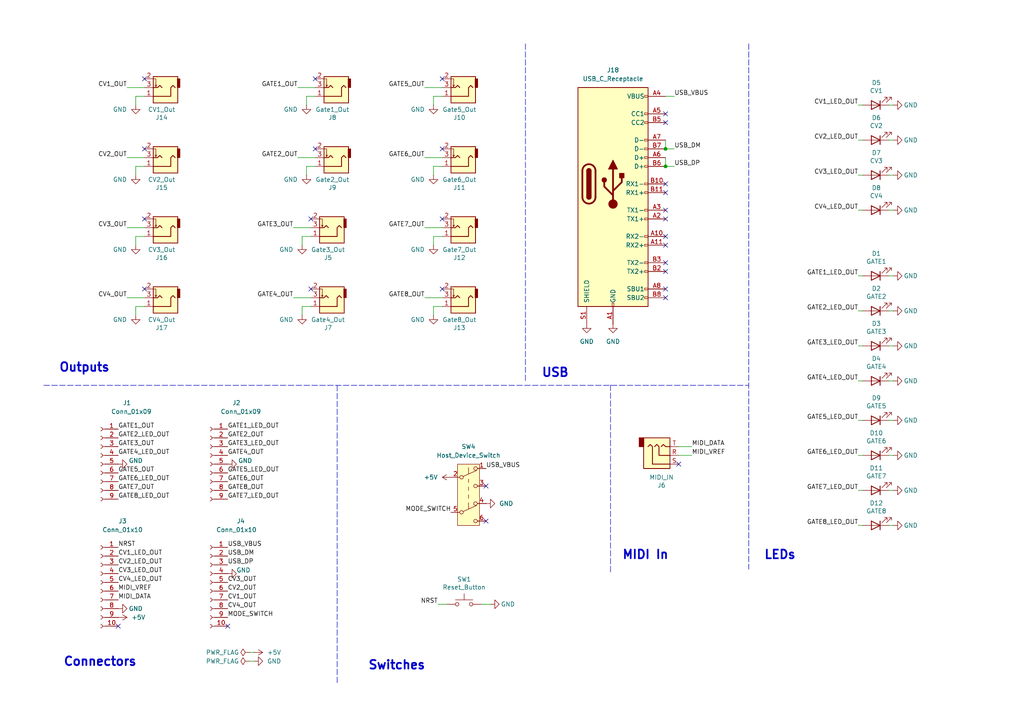
<source format=kicad_sch>
(kicad_sch (version 20231120) (generator "eeschema") (generator_version "8.0")
  (paper "A4")
  (title_block (title "MIDI Monger Controls") (date "2024-08-08") (rev "2.0") (company "Mountjoy Modular"))
  (lib_symbols
    (symbol "Connector:Conn_01x09_Socket" (pin_names (offset 1.016) hide)
      (property "Reference" "J" (at 0 12.7 0))
      (property "Value" "Conn_01x09_Socket" (at 0 -12.7 0))
      (symbol "Conn_01x09_Socket_1_1"
        (arc (start 0 -9.652) (mid -0.5058 -10.16) (end 0 -10.668) (stroke (width 0.1524)))
        (arc (start 0 -7.112) (mid -0.5058 -7.62) (end 0 -8.128) (stroke (width 0.1524)))
        (arc (start 0 -4.572) (mid -0.5058 -5.08) (end 0 -5.588) (stroke (width 0.1524)))
        (arc (start 0 -2.032) (mid -0.5058 -2.54) (end 0 -3.048) (stroke (width 0.1524)))
        (polyline (pts (xy -1.27 -10.16) (xy -0.508 -10.16)) (stroke (width 0.1524)))
        (polyline (pts (xy -1.27 -7.62) (xy -0.508 -7.62)) (stroke (width 0.1524)))
        (polyline (pts (xy -1.27 -5.08) (xy -0.508 -5.08)) (stroke (width 0.1524)))
        (polyline (pts (xy -1.27 -2.54) (xy -0.508 -2.54)) (stroke (width 0.1524)))
        (polyline (pts (xy -1.27 0) (xy -0.508 0)) (stroke (width 0.1524)))
        (polyline (pts (xy -1.27 2.54) (xy -0.508 2.54)) (stroke (width 0.1524)))
        (polyline (pts (xy -1.27 5.08) (xy -0.508 5.08)) (stroke (width 0.1524)))
        (polyline (pts (xy -1.27 7.62) (xy -0.508 7.62)) (stroke (width 0.1524)))
        (polyline (pts (xy -1.27 10.16) (xy -0.508 10.16)) (stroke (width 0.1524)))
        (arc (start 0 0.508) (mid -0.5058 0) (end 0 -0.508) (stroke (width 0.1524)))
        (arc (start 0 3.048) (mid -0.5058 2.54) (end 0 2.032) (stroke (width 0.1524)))
        (arc (start 0 5.588) (mid -0.5058 5.08) (end 0 4.572) (stroke (width 0.1524)))
        (arc (start 0 8.128) (mid -0.5058 7.62) (end 0 7.112) (stroke (width 0.1524)))
        (arc (start 0 10.668) (mid -0.5058 10.16) (end 0 9.652) (stroke (width 0.1524)))
        (pin passive line (at -5.08 10.16 0) (length 3.81) (name "Pin_1") (number "1"))
        (pin passive line (at -5.08 7.62 0) (length 3.81) (name "Pin_2") (number "2"))
        (pin passive line (at -5.08 5.08 0) (length 3.81) (name "Pin_3") (number "3"))
        (pin passive line (at -5.08 2.54 0) (length 3.81) (name "Pin_4") (number "4"))
        (pin passive line (at -5.08 0 0) (length 3.81) (name "Pin_5") (number "5"))
        (pin passive line (at -5.08 -2.54 0) (length 3.81) (name "Pin_6") (number "6"))
        (pin passive line (at -5.08 -5.08 0) (length 3.81) (name "Pin_7") (number "7"))
        (pin passive line (at -5.08 -7.62 0) (length 3.81) (name "Pin_8") (number "8"))
        (pin passive line (at -5.08 -10.16 0) (length 3.81) (name "Pin_9") (number "9"))
      )
    )
    (symbol "Connector:Conn_01x10_Socket" (pin_names (offset 1.016) hide)
      (property "Reference" "J" (at 0 12.7 0))
      (property "Value" "Conn_01x10_Socket" (at 0 -15.24 0))
      (symbol "Conn_01x10_Socket_1_1"
        (arc (start 0 -12.192) (mid -0.5058 -12.7) (end 0 -13.208) (stroke (width 0.1524)))
        (arc (start 0 -9.652) (mid -0.5058 -10.16) (end 0 -10.668) (stroke (width 0.1524)))
        (arc (start 0 -7.112) (mid -0.5058 -7.62) (end 0 -8.128) (stroke (width 0.1524)))
        (arc (start 0 -4.572) (mid -0.5058 -5.08) (end 0 -5.588) (stroke (width 0.1524)))
        (arc (start 0 -2.032) (mid -0.5058 -2.54) (end 0 -3.048) (stroke (width 0.1524)))
        (polyline (pts (xy -1.27 -12.7) (xy -0.508 -12.7)) (stroke (width 0.1524)))
        (polyline (pts (xy -1.27 -10.16) (xy -0.508 -10.16)) (stroke (width 0.1524)))
        (polyline (pts (xy -1.27 -7.62) (xy -0.508 -7.62)) (stroke (width 0.1524)))
        (polyline (pts (xy -1.27 -5.08) (xy -0.508 -5.08)) (stroke (width 0.1524)))
        (polyline (pts (xy -1.27 -2.54) (xy -0.508 -2.54)) (stroke (width 0.1524)))
        (polyline (pts (xy -1.27 0) (xy -0.508 0)) (stroke (width 0.1524)))
        (polyline (pts (xy -1.27 2.54) (xy -0.508 2.54)) (stroke (width 0.1524)))
        (polyline (pts (xy -1.27 5.08) (xy -0.508 5.08)) (stroke (width 0.1524)))
        (polyline (pts (xy -1.27 7.62) (xy -0.508 7.62)) (stroke (width 0.1524)))
        (polyline (pts (xy -1.27 10.16) (xy -0.508 10.16)) (stroke (width 0.1524)))
        (arc (start 0 0.508) (mid -0.5058 0) (end 0 -0.508) (stroke (width 0.1524)))
        (arc (start 0 3.048) (mid -0.5058 2.54) (end 0 2.032) (stroke (width 0.1524)))
        (arc (start 0 5.588) (mid -0.5058 5.08) (end 0 4.572) (stroke (width 0.1524)))
        (arc (start 0 8.128) (mid -0.5058 7.62) (end 0 7.112) (stroke (width 0.1524)))
        (arc (start 0 10.668) (mid -0.5058 10.16) (end 0 9.652) (stroke (width 0.1524)))
        (pin passive line (at -5.08 10.16 0) (length 3.81) (name "Pin_1") (number "1"))
        (pin passive line (at -5.08 -12.7 0) (length 3.81) (name "Pin_10") (number "10"))
        (pin passive line (at -5.08 7.62 0) (length 3.81) (name "Pin_2") (number "2"))
        (pin passive line (at -5.08 5.08 0) (length 3.81) (name "Pin_3") (number "3"))
        (pin passive line (at -5.08 2.54 0) (length 3.81) (name "Pin_4") (number "4"))
        (pin passive line (at -5.08 0 0) (length 3.81) (name "Pin_5") (number "5"))
        (pin passive line (at -5.08 -2.54 0) (length 3.81) (name "Pin_6") (number "6"))
        (pin passive line (at -5.08 -5.08 0) (length 3.81) (name "Pin_7") (number "7"))
        (pin passive line (at -5.08 -7.62 0) (length 3.81) (name "Pin_8") (number "8"))
        (pin passive line (at -5.08 -10.16 0) (length 3.81) (name "Pin_9") (number "9"))
      )
    )
    (symbol "Connector:USB_C_Receptacle" (pin_names (offset 1.016))
      (property "Reference" "J" (at -10.16 29.21 0))
      (property "Value" "USB_C_Receptacle" (at 10.16 29.21 0))
      (symbol "USB_C_Receptacle_0_0"
        (rectangle (start -0.254 -35.56) (end 0.254 -34.544))
        (rectangle (start 10.16 -32.766) (end 9.144 -33.274))
        (rectangle (start 10.16 -30.226) (end 9.144 -30.734))
        (rectangle (start 10.16 -25.146) (end 9.144 -25.654))
        (rectangle (start 10.16 -22.606) (end 9.144 -23.114))
        (rectangle (start 10.16 -17.526) (end 9.144 -18.034))
        (rectangle (start 10.16 -14.986) (end 9.144 -15.494))
        (rectangle (start 10.16 -9.906) (end 9.144 -10.414))
        (rectangle (start 10.16 -7.366) (end 9.144 -7.874))
        (rectangle (start 10.16 -2.286) (end 9.144 -2.794))
        (rectangle (start 10.16 0.254) (end 9.144 -0.254))
        (rectangle (start 10.16 5.334) (end 9.144 4.826))
        (rectangle (start 10.16 7.874) (end 9.144 7.366))
        (rectangle (start 10.16 10.414) (end 9.144 9.906))
        (rectangle (start 10.16 12.954) (end 9.144 12.446))
        (rectangle (start 10.16 18.034) (end 9.144 17.526))
        (rectangle (start 10.16 20.574) (end 9.144 20.066))
        (rectangle (start 10.16 25.654) (end 9.144 25.146))
      )
      (symbol "USB_C_Receptacle_0_1"
        (rectangle (start -10.16 27.94) (end 10.16 -35.56) (stroke (width 0.254)) (fill (type background)))
        (arc (start -8.89 -3.81) (mid -6.985 -5.7067) (end -5.08 -3.81) (stroke (width 0.508)))
        (arc (start -7.62 -3.81) (mid -6.985 -4.4423) (end -6.35 -3.81) (stroke (width 0.254)))
        (arc (start -7.62 -3.81) (mid -6.985 -4.4423) (end -6.35 -3.81) (stroke (width 0.254)) (fill (type outline)))
        (rectangle (start -7.62 -3.81) (end -6.35 3.81) (stroke (width 0.254)) (fill (type outline)))
        (arc (start -6.35 3.81) (mid -6.985 4.4423) (end -7.62 3.81) (stroke (width 0.254)))
        (arc (start -6.35 3.81) (mid -6.985 4.4423) (end -7.62 3.81) (stroke (width 0.254)) (fill (type outline)))
        (arc (start -5.08 3.81) (mid -6.985 5.7067) (end -8.89 3.81) (stroke (width 0.508)))
        (polyline (pts (xy -8.89 -3.81) (xy -8.89 3.81)) (stroke (width 0.508)))
        (polyline (pts (xy -5.08 3.81) (xy -5.08 -3.81)) (stroke (width 0.508)))
      )
      (symbol "USB_C_Receptacle_1_1"
        (circle (center -2.54 1.143) (radius 0.635) (stroke (width 0.254)) (fill (type outline)))
        (circle (center 0 -5.842) (radius 1.27) (fill (type outline)))
        (polyline (pts (xy 0 -5.842) (xy 0 4.318)) (stroke (width 0.508)))
        (polyline (pts (xy 0 -3.302) (xy -2.54 -0.762) (xy -2.54 0.508)) (stroke (width 0.508)))
        (polyline (pts (xy 0 -2.032) (xy 2.54 0.508) (xy 2.54 1.778)) (stroke (width 0.508)))
        (polyline (pts (xy -1.27 4.318) (xy 0 6.858) (xy 1.27 4.318) (xy -1.27 4.318)) (stroke (width 0.254)) (fill (type outline)))
        (rectangle (start 1.905 1.778) (end 3.175 3.048) (stroke (width 0.254)) (fill (type outline)))
        (pin passive line (at 0 -40.64 90) (length 5.08) (name "GND") (number "A1"))
        (pin bidirectional line (at 15.24 -15.24 180) (length 5.08) (name "RX2-") (number "A10"))
        (pin bidirectional line (at 15.24 -17.78 180) (length 5.08) (name "RX2+") (number "A11"))
        (pin passive line (at 0 -40.64 90) (length 5.08) hide (name "GND") (number "A12"))
        (pin bidirectional line (at 15.24 -10.16 180) (length 5.08) (name "TX1+") (number "A2"))
        (pin bidirectional line (at 15.24 -7.62 180) (length 5.08) (name "TX1-") (number "A3"))
        (pin passive line (at 15.24 25.4 180) (length 5.08) (name "VBUS") (number "A4"))
        (pin bidirectional line (at 15.24 20.32 180) (length 5.08) (name "CC1") (number "A5"))
        (pin bidirectional line (at 15.24 7.62 180) (length 5.08) (name "D+") (number "A6"))
        (pin bidirectional line (at 15.24 12.7 180) (length 5.08) (name "D-") (number "A7"))
        (pin bidirectional line (at 15.24 -30.48 180) (length 5.08) (name "SBU1") (number "A8"))
        (pin passive line (at 15.24 25.4 180) (length 5.08) hide (name "VBUS") (number "A9"))
        (pin passive line (at 0 -40.64 90) (length 5.08) hide (name "GND") (number "B1"))
        (pin bidirectional line (at 15.24 0 180) (length 5.08) (name "RX1-") (number "B10"))
        (pin bidirectional line (at 15.24 -2.54 180) (length 5.08) (name "RX1+") (number "B11"))
        (pin passive line (at 0 -40.64 90) (length 5.08) hide (name "GND") (number "B12"))
        (pin bidirectional line (at 15.24 -25.4 180) (length 5.08) (name "TX2+") (number "B2"))
        (pin bidirectional line (at 15.24 -22.86 180) (length 5.08) (name "TX2-") (number "B3"))
        (pin passive line (at 15.24 25.4 180) (length 5.08) hide (name "VBUS") (number "B4"))
        (pin bidirectional line (at 15.24 17.78 180) (length 5.08) (name "CC2") (number "B5"))
        (pin bidirectional line (at 15.24 5.08 180) (length 5.08) (name "D+") (number "B6"))
        (pin bidirectional line (at 15.24 10.16 180) (length 5.08) (name "D-") (number "B7"))
        (pin bidirectional line (at 15.24 -33.02 180) (length 5.08) (name "SBU2") (number "B8"))
        (pin passive line (at 15.24 25.4 180) (length 5.08) hide (name "VBUS") (number "B9"))
        (pin passive line (at -7.62 -40.64 90) (length 5.08) (name "SHIELD") (number "S1"))
      )
    )
    (symbol "Device:LED" (pin_numbers hide) (pin_names (offset 1.016) hide)
      (property "Reference" "D" (at 0 2.54 0))
      (property "Value" "LED" (at 0 -2.54 0))
      (symbol "LED_0_1"
        (polyline (pts (xy -1.27 -1.27) (xy -1.27 1.27)) (stroke (width 0.254)))
        (polyline (pts (xy -1.27 0) (xy 1.27 0)))
        (polyline (pts (xy 1.27 -1.27) (xy 1.27 1.27) (xy -1.27 0) (xy 1.27 -1.27)) (stroke (width 0.254)))
        (polyline (pts (xy -3.048 -0.762) (xy -4.572 -2.286) (xy -3.81 -2.286) (xy -4.572 -2.286) (xy -4.572 -1.524)))
        (polyline (pts (xy -1.778 -0.762) (xy -3.302 -2.286) (xy -2.54 -2.286) (xy -3.302 -2.286) (xy -3.302 -1.524)))
      )
      (symbol "LED_1_1"
        (pin passive line (at -3.81 0 0) (length 2.54) (name "K") (number "1"))
        (pin passive line (at 3.81 0 180) (length 2.54) (name "A") (number "2"))
      )
    )
    (symbol "Switch:SW_Push" (pin_numbers hide) (pin_names (offset 1.016) hide)
      (property "Reference" "SW" (at 1.27 2.54 0))
      (property "Value" "SW_Push" (at 0 -1.524 0))
      (symbol "SW_Push_0_1"
        (circle (center -2.032 0) (radius 0.508))
        (polyline (pts (xy 0 1.27) (xy 0 3.048)))
        (polyline (pts (xy 2.54 1.27) (xy -2.54 1.27)))
        (circle (center 2.032 0) (radius 0.508))
        (pin passive line (at -5.08 0 0) (length 2.54) (name "1") (number "1"))
        (pin passive line (at 5.08 0 180) (length 2.54) (name "2") (number "2"))
      )
    )
    (symbol "Switch:SW_Push_DPDT" (pin_names (offset 0) hide)
      (property "Reference" "SW" (at 0 10.16 0))
      (property "Value" "SW_Push_DPDT" (at 0 -10.16 0))
      (symbol "SW_Push_DPDT_0_0"
        (circle (center -2.032 -5.08) (radius 0.508))
        (circle (center -2.032 5.08) (radius 0.508))
        (circle (center 2.032 -7.62) (radius 0.508))
        (circle (center 2.032 2.54) (radius 0.508))
      )
      (symbol "SW_Push_DPDT_0_1"
        (polyline (pts (xy -1.524 -4.826) (xy 2.3368 -3.0988)))
        (polyline (pts (xy -1.524 5.334) (xy 2.3368 7.0612)))
        (polyline (pts (xy 0 -2.286) (xy 0 -4.064)))
        (polyline (pts (xy 0 -1.016) (xy 0 0)))
        (polyline (pts (xy 0 1.27) (xy 0 2.286)))
        (polyline (pts (xy 0 3.556) (xy 0 4.572)))
        (polyline (pts (xy 0 7.874) (xy 0 6.096)))
        (circle (center 2.032 -2.54) (radius 0.508))
        (circle (center 2.032 7.62) (radius 0.508))
      )
      (symbol "SW_Push_DPDT_1_1"
        (rectangle (start -3.175 8.89) (end 3.175 -8.89) (fill (type background)))
        (pin passive line (at 5.08 7.62 180) (length 2.54) (name "A") (number "1"))
        (pin passive line (at -5.08 5.08 0) (length 2.54) (name "B") (number "2"))
        (pin passive line (at 5.08 2.54 180) (length 2.54) (name "C") (number "3"))
        (pin passive line (at 5.08 -2.54 180) (length 2.54) (name "A") (number "4"))
        (pin passive line (at -5.08 -5.08 0) (length 2.54) (name "B") (number "5"))
        (pin passive line (at 5.08 -7.62 180) (length 2.54) (name "C") (number "6"))
      )
    )
    (symbol "power:+5V" (power) (pin_numbers hide) (pin_names (offset 0) hide)
      (property "Value" "+5V" (at 0 3.556 0))
      (symbol "+5V_0_1"
        (polyline (pts (xy -0.762 1.27) (xy 0 2.54)))
        (polyline (pts (xy 0 0) (xy 0 2.54)))
        (polyline (pts (xy 0 2.54) (xy 0.762 1.27)))
      )
      (symbol "+5V_1_1"
        (pin power_in line (at 0 0 90) (length 0) (name "~") (number "1"))
      )
    )
    (symbol "power:GND" (power) (pin_numbers hide) (pin_names (offset 0) hide)
      (property "Value" "GND" (at 0 -3.81 0))
      (symbol "GND_0_1"
        (polyline (pts (xy 0 0) (xy 0 -1.27) (xy 1.27 -1.27) (xy 0 -2.54) (xy -1.27 -1.27) (xy 0 -1.27)))
      )
      (symbol "GND_1_1"
        (pin power_in line (at 0 0 270) (length 0) (name "~") (number "1"))
      )
    )
    (symbol "power:PWR_FLAG" (power) (pin_numbers hide) (pin_names (offset 0) hide)
      (property "Value" "PWR_FLAG" (at 0 3.81 0))
      (symbol "PWR_FLAG_0_0"
        (pin power_out line (at 0 0 90) (length 0) (name "~") (number "1"))
      )
      (symbol "PWR_FLAG_0_1"
        (polyline (pts (xy 0 0) (xy 0 1.27) (xy -1.016 1.905) (xy 0 2.54) (xy 1.016 1.905) (xy 0 1.27)))
      )
    )
    (symbol "thonkiconn:AudioJack2_Ground_Switch" (pin_names (offset 1.016))
      (property "Reference" "J" (at 0 8.89 0))
      (property "Value" "AudioJack2_Ground_Switch" (at 0 6.35 0))
      (symbol "AudioJack2_Ground_Switch_0_1"
        (rectangle (start -4.445 -2.54) (end -5.207 0) (fill (type outline)))
        (polyline (pts (xy 1.778 -0.254) (xy 2.032 -0.762)))
        (polyline (pts (xy 0 0) (xy 0.635 -0.635) (xy 1.27 0) (xy 2.54 0)) (stroke (width 0.254)))
        (polyline (pts (xy 2.54 -2.54) (xy 1.778 -2.54) (xy 1.778 -0.254) (xy 1.524 -0.762)))
        (polyline (pts (xy 2.54 2.54) (xy -2.54 2.54) (xy -2.54 0) (xy -3.175 -0.635) (xy -3.81 0)) (stroke (width 0.254)))
        (rectangle (start 2.54 -3.175) (end -4.572 4.445) (stroke (width 0.254)) (fill (type background)))
      )
      (symbol "AudioJack2_Ground_Switch_1_1"
        (pin passive line (at 5.08 2.54 180) (length 2.54) (name "~") (number "1"))
        (pin passive line (at 5.08 -2.54 180) (length 2.54) (name "~") (number "2"))
        (pin passive line (at 5.08 0 180) (length 2.54) (name "~") (number "3"))
      )
    )
    (symbol "thonkiconn:AudioJack3"
      (property "Reference" "J" (at 0 8.89 0))
      (property "Value" "AudioJack3" (at 0 6.35 0))
      (symbol "AudioJack3_0_1"
        (rectangle (start -5.08 -5.08) (end -6.35 -2.54) (stroke (width 0.254)) (fill (type outline)))
        (polyline (pts (xy 0 -2.54) (xy 0.635 -3.175) (xy 1.27 -2.54) (xy 2.54 -2.54)) (stroke (width 0.254)))
        (polyline (pts (xy -1.905 -2.54) (xy -1.27 -3.175) (xy -0.635 -2.54) (xy -0.635 0) (xy 2.54 0)) (stroke (width 0.254)))
        (polyline (pts (xy 2.54 2.54) (xy -2.54 2.54) (xy -2.54 -2.54) (xy -3.175 -3.175) (xy -3.81 -2.54)) (stroke (width 0.254)))
        (rectangle (start 2.54 3.81) (end -5.08 -5.08) (stroke (width 0.254)) (fill (type background)))
      )
      (symbol "AudioJack3_1_1"
        (pin passive line (at 5.08 0 180) (length 2.54) (name "~") (number "R"))
        (pin passive line (at 5.08 2.54 180) (length 2.54) (name "~") (number "S"))
        (pin passive line (at 5.08 -2.54 180) (length 2.54) (name "~") (number "T"))
      )
    )
  )
  (junction (at 193.04 48.26))
  (junction (at 193.04 43.18))
  (no_connect (at 193.04 83.82))
  (no_connect (at 193.04 68.58))
  (no_connect (at 128.27 22.86))
  (no_connect (at 193.04 86.36))
  (no_connect (at 193.04 33.02))
  (no_connect (at 193.04 53.34))
  (no_connect (at 91.44 22.86))
  (no_connect (at 41.91 43.18))
  (no_connect (at 41.91 22.86))
  (no_connect (at 140.97 151.13))
  (no_connect (at 193.04 71.12))
  (no_connect (at 193.04 78.74))
  (no_connect (at 193.04 55.88))
  (no_connect (at 193.04 35.56))
  (no_connect (at 128.27 43.18))
  (no_connect (at 90.17 63.5))
  (no_connect (at 128.27 83.82))
  (no_connect (at 193.04 76.2))
  (no_connect (at 196.85 134.62))
  (no_connect (at 91.44 43.18))
  (no_connect (at 34.29 181.61))
  (no_connect (at 90.17 83.82))
  (no_connect (at 41.91 63.5))
  (no_connect (at 128.27 63.5))
  (no_connect (at 193.04 63.5))
  (no_connect (at 66.04 181.61))
  (no_connect (at 193.04 60.96))
  (no_connect (at 41.91 83.82))
  (no_connect (at 140.97 140.97))
  (wire (pts (xy 248.92 40.64) (xy 250.19 40.64)))
  (wire (pts (xy 128.27 66.04) (xy 123.19 66.04)))
  (wire (pts (xy 90.17 68.58) (xy 87.63 68.58)))
  (wire (pts (xy 91.44 48.26) (xy 88.9 48.26)))
  (wire (pts (xy 257.81 90.17) (xy 259.08 90.17)))
  (wire (pts (xy 125.73 27.94) (xy 125.73 30.48)))
  (wire (pts (xy 90.17 66.04) (xy 85.09 66.04)))
  (wire (pts (xy 257.81 142.24) (xy 259.08 142.24)))
  (wire (pts (xy 91.44 25.4) (xy 86.36 25.4)))
  (wire (pts (xy 248.92 132.08) (xy 250.19 132.08)))
  (polyline (pts (xy 12.7 111.76) (xy 217.17 111.76)) (stroke (width 0) (type dash)))
  (wire (pts (xy 257.81 80.01) (xy 259.08 80.01)))
  (wire (pts (xy 128.27 68.58) (xy 125.73 68.58)))
  (wire (pts (xy 88.9 27.94) (xy 88.9 30.48)))
  (wire (pts (xy 125.73 68.58) (xy 125.73 71.12)))
  (wire (pts (xy 36.83 25.4) (xy 41.91 25.4)))
  (wire (pts (xy 90.17 88.9) (xy 87.63 88.9)))
  (wire (pts (xy 257.81 121.92) (xy 259.08 121.92)))
  (polyline (pts (xy 97.79 111.76) (xy 97.79 198.12)) (stroke (width 0) (type dash)))
  (wire (pts (xy 257.81 132.08) (xy 259.08 132.08)))
  (wire (pts (xy 248.92 80.01) (xy 250.19 80.01)))
  (wire (pts (xy 39.37 48.26) (xy 39.37 50.8)))
  (wire (pts (xy 39.37 88.9) (xy 39.37 91.44)))
  (wire (pts (xy 91.44 27.94) (xy 88.9 27.94)))
  (wire (pts (xy 39.37 27.94) (xy 39.37 30.48)))
  (wire (pts (xy 248.92 110.49) (xy 250.19 110.49)))
  (wire (pts (xy 125.73 88.9) (xy 125.73 91.44)))
  (wire (pts (xy 257.81 60.96) (xy 259.08 60.96)))
  (polyline (pts (xy 217.17 12.7) (xy 217.17 165.1)) (stroke (width 0) (type dash)))
  (wire (pts (xy 90.17 86.36) (xy 85.09 86.36)))
  (wire (pts (xy 41.91 27.94) (xy 39.37 27.94)))
  (wire (pts (xy 200.66 132.08) (xy 196.85 132.08)))
  (wire (pts (xy 128.27 25.4) (xy 123.19 25.4)))
  (wire (pts (xy 248.92 90.17) (xy 250.19 90.17)))
  (wire (pts (xy 36.83 86.36) (xy 41.91 86.36)))
  (wire (pts (xy 128.27 86.36) (xy 123.19 86.36)))
  (wire (pts (xy 128.27 48.26) (xy 125.73 48.26)))
  (wire (pts (xy 139.7 175.26) (xy 142.24 175.26)))
  (wire (pts (xy 257.81 152.4) (xy 259.08 152.4)))
  (wire (pts (xy 91.44 45.72) (xy 86.36 45.72)))
  (wire (pts (xy 88.9 48.26) (xy 88.9 50.8)))
  (wire (pts (xy 196.85 129.54) (xy 200.66 129.54)))
  (wire (pts (xy 41.91 48.26) (xy 39.37 48.26)))
  (wire (pts (xy 36.83 66.04) (xy 41.91 66.04)))
  (wire (pts (xy 36.83 45.72) (xy 41.91 45.72)))
  (wire (pts (xy 248.92 50.8) (xy 250.19 50.8)))
  (wire (pts (xy 128.27 45.72) (xy 123.19 45.72)))
  (wire (pts (xy 87.63 88.9) (xy 87.63 91.44)))
  (wire (pts (xy 248.92 100.33) (xy 250.19 100.33)))
  (wire (pts (xy 195.58 27.94) (xy 193.04 27.94)))
  (wire (pts (xy 128.27 27.94) (xy 125.73 27.94)))
  (wire (pts (xy 248.92 60.96) (xy 250.19 60.96)))
  (wire (pts (xy 193.04 40.64) (xy 193.04 43.18)))
  (wire (pts (xy 87.63 68.58) (xy 87.63 71.12)))
  (wire (pts (xy 195.58 43.18) (xy 193.04 43.18)))
  (wire (pts (xy 257.81 50.8) (xy 259.08 50.8)))
  (wire (pts (xy 257.81 30.48) (xy 259.08 30.48)))
  (wire (pts (xy 41.91 68.58) (xy 39.37 68.58)))
  (polyline (pts (xy 177.0765 111.6416) (xy 177.0765 166.2516)) (stroke (width 0) (type dash)))
  (wire (pts (xy 41.91 88.9) (xy 39.37 88.9)))
  (wire (pts (xy 193.04 48.26) (xy 195.58 48.26)))
  (wire (pts (xy 257.81 100.33) (xy 259.08 100.33)))
  (wire (pts (xy 248.92 152.4) (xy 250.19 152.4)))
  (wire (pts (xy 72.39 189.23) (xy 73.66 189.23)))
  (polyline (pts (xy 152.4 12.7) (xy 152.4 110.49)) (stroke (width 0) (type dash)))
  (wire (pts (xy 127 175.26) (xy 129.54 175.26)))
  (wire (pts (xy 257.81 40.64) (xy 259.08 40.64)))
  (wire (pts (xy 72.39 191.77) (xy 73.66 191.77)))
  (wire (pts (xy 39.37 68.58) (xy 39.37 71.12)))
  (wire (pts (xy 193.04 45.72) (xy 193.04 48.26)))
  (wire (pts (xy 125.73 48.26) (xy 125.73 50.8)))
  (wire (pts (xy 128.27 88.9) (xy 125.73 88.9)))
  (wire (pts (xy 248.92 121.92) (xy 250.19 121.92)))
  (wire (pts (xy 257.81 110.49) (xy 259.08 110.49)))
  (wire (pts (xy 248.92 30.48) (xy 250.19 30.48)))
  (wire (pts (xy 248.92 142.24) (xy 250.19 142.24)))
  (text "Outputs" (at 17.018 106.68 0) (effects (font (size 2.5 2.5) (thickness 0.5) (bold yes)) (justify left)))
  (text "Switches" (at 106.68 193.04 0) (effects (font (size 2.5 2.5) (thickness 0.5) (bold yes)) (justify left)))
  (text "USB" (at 156.972 108.204 0) (effects (font (size 2.5 2.5) (thickness 0.5) (bold yes)) (justify left)))
  (text "MIDI In" (at 180.34 161.036 0) (effects (font (size 2.5 2.5) (thickness 0.5) (bold yes)) (justify left)))
  (text "LEDs" (at 221.488 161.036 0) (effects (font (size 2.5 2.5) (thickness 0.5) (bold yes)) (justify left)))
  (text "Connectors" (at 18.288 192.024 0) (effects (font (size 2.5 2.5) (thickness 0.5) (bold yes)) (justify left)))
  (label "GATE3_OUT" (at 85.09 66.04 180))
  (label "GATE3_OUT" (at 34.29 129.54 0))
  (label "USB_VBUS" (at 140.97 135.89 0))
  (label "GATE1_LED_OUT" (at 248.92 80.01 180))
  (label "CV3_OUT" (at 66.04 168.91 0))
  (label "CV1_OUT" (at 66.04 173.99 0))
  (label "MIDI_VREF" (at 34.29 171.45 0))
  (label "GATE4_LED_OUT" (at 34.29 132.08 0))
  (label "CV2_LED_OUT" (at 34.29 163.83 0))
  (label "CV3_LED_OUT" (at 248.92 50.8 180))
  (label "GATE8_OUT" (at 66.04 142.24 0))
  (label "CV3_LED_OUT" (at 34.29 166.37 0))
  (label "NRST" (at 127 175.26 180))
  (label "CV4_OUT" (at 36.83 86.36 180))
  (label "GATE2_LED_OUT" (at 248.92 90.17 180))
  (label "CV4_LED_OUT" (at 248.92 60.96 180))
  (label "USB_DP" (at 66.04 163.83 0))
  (label "GATE7_LED_OUT" (at 66.04 144.78 0))
  (label "CV1_LED_OUT" (at 34.29 161.29 0))
  (label "GATE6_LED_OUT" (at 34.29 139.7 0))
  (label "GATE7_OUT" (at 34.29 142.24 0))
  (label "USB_DP" (at 195.58 48.26 0))
  (label "USB_DM" (at 195.58 43.18 0))
  (label "GATE2_LED_OUT" (at 34.29 127 0))
  (label "GATE1_OUT" (at 34.29 124.46 0))
  (label "MODE_SWITCH" (at 130.81 148.59 180))
  (label "USB_VBUS" (at 66.04 158.75 0))
  (label "CV1_LED_OUT" (at 248.92 30.48 180))
  (label "MIDI_DATA" (at 200.66 129.54 0))
  (label "GATE8_LED_OUT" (at 248.92 152.4 180))
  (label "CV2_OUT" (at 66.04 171.45 0))
  (label "CV4_LED_OUT" (at 34.29 168.91 0))
  (label "GATE6_OUT" (at 123.19 45.72 180))
  (label "GATE2_OUT" (at 66.04 127 0))
  (label "MODE_SWITCH" (at 66.04 179.07 0))
  (label "MIDI_DATA" (at 34.29 173.99 0))
  (label "USB_VBUS" (at 195.58 27.94 0))
  (label "GATE7_LED_OUT" (at 248.92 142.24 180))
  (label "CV3_OUT" (at 36.83 66.04 180))
  (label "GATE4_OUT" (at 66.04 132.08 0))
  (label "GATE7_OUT" (at 123.19 66.04 180))
  (label "GATE6_OUT" (at 66.04 139.7 0))
  (label "GATE5_LED_OUT" (at 66.04 137.16 0))
  (label "GATE6_LED_OUT" (at 248.92 132.08 180))
  (label "CV2_LED_OUT" (at 248.92 40.64 180))
  (label "MIDI_VREF" (at 200.66 132.08 0))
  (label "NRST" (at 34.29 158.75 0))
  (label "GATE2_OUT" (at 86.36 45.72 180))
  (label "CV1_OUT" (at 36.83 25.4 180))
  (label "GATE8_OUT" (at 123.19 86.36 180))
  (label "GATE1_LED_OUT" (at 66.04 124.46 0))
  (label "CV2_OUT" (at 36.83 45.72 180))
  (label "GATE4_OUT" (at 85.09 86.36 180))
  (label "GATE4_LED_OUT" (at 248.92 110.49 180))
  (label "GATE3_LED_OUT" (at 66.04 129.54 0))
  (label "GATE5_OUT" (at 34.29 137.16 0))
  (label "GATE5_LED_OUT" (at 248.92 121.92 180))
  (label "GATE1_OUT" (at 86.36 25.4 180))
  (label "GATE3_LED_OUT" (at 248.92 100.33 180))
  (label "GATE8_LED_OUT" (at 34.29 144.78 0))
  (label "GATE5_OUT" (at 123.19 25.4 180))
  (label "USB_DM" (at 66.04 161.29 0))
  (label "CV4_OUT" (at 66.04 176.53 0))
  (symbol (lib_id "thonkiconn:AudioJack2_Ground_Switch") (at 46.99 25.4 180) (unit 1)
    (property "Reference" "J14" (at 46.8884 34.0868 0))
    (property "Value" "CV1_Out" (at 46.8884 31.7754 0))
    (property "Footprint" "Custom_Footprints:THONKICONN_hole" (effects (hide yes)))
  )
  (symbol (lib_id "power:GND") (at 39.37 30.48 0) (mirror y) (unit 1)
    (property "Reference" "#PWR011" (effects (hide yes)))
    (property "Value" "GND" (at 36.83 31.7499 0) (effects (justify left)))
  )
  (symbol (lib_id "Switch:SW_Push") (at 134.62 175.26 0) (unit 1)
    (property "Reference" "SW1" (at 134.62 168.021 0))
    (property "Value" "Reset_Button" (at 134.62 170.3324 0))
    (property "Footprint" "Button_Switch_THT:SW_PUSH_6mm" (effects (hide yes)))
  )
  (symbol (lib_id "power:GND") (at 142.24 175.26 90) (unit 1)
    (property "Reference" "#PWR016" (effects (hide yes)))
    (property "Value" "GND" (at 147.32 175.26 90))
  )
  (symbol (lib_id "thonkiconn:AudioJack2_Ground_Switch") (at 96.52 25.4 180) (unit 1)
    (property "Reference" "J8" (at 96.4184 34.0868 0))
    (property "Value" "Gate1_Out" (at 96.4184 31.7754 0))
    (property "Footprint" "Custom_Footprints:THONKICONN_hole" (effects (hide yes)))
  )
  (symbol (lib_id "power:GND") (at 88.9 30.48 0) (mirror y) (unit 1)
    (property "Reference" "#PWR04" (effects (hide yes)))
    (property "Value" "GND" (at 86.36 31.7499 0) (effects (justify left)))
  )
  (symbol (lib_id "thonkiconn:AudioJack2_Ground_Switch") (at 46.99 45.72 180) (unit 1)
    (property "Reference" "J15" (at 46.8884 54.4068 0))
    (property "Value" "CV2_Out" (at 46.8884 52.0954 0))
    (property "Footprint" "Custom_Footprints:THONKICONN_hole" (effects (hide yes)))
  )
  (symbol (lib_id "power:GND") (at 39.37 50.8 0) (mirror y) (unit 1)
    (property "Reference" "#PWR012" (effects (hide yes)))
    (property "Value" "GND" (at 36.83 52.0699 0) (effects (justify left)))
  )
  (symbol (lib_id "thonkiconn:AudioJack2_Ground_Switch") (at 46.99 66.04 180) (unit 1)
    (property "Reference" "J16" (at 46.8884 74.7268 0))
    (property "Value" "CV3_Out" (at 46.8884 72.4154 0))
    (property "Footprint" "Custom_Footprints:THONKICONN_hole" (effects (hide yes)))
  )
  (symbol (lib_id "power:GND") (at 39.37 71.12 0) (mirror y) (unit 1)
    (property "Reference" "#PWR013" (effects (hide yes)))
    (property "Value" "GND" (at 36.83 72.3899 0) (effects (justify left)))
  )
  (symbol (lib_id "Device:LED") (at 254 80.01 180) (unit 1)
    (property "Reference" "D1" (at 254.1778 73.533 0))
    (property "Value" "GATE1" (at 254.1778 75.8444 0))
    (property "Footprint" "Custom_Footprints:LED_D3.0mm" (effects (hide yes)))
  )
  (symbol (lib_id "power:GND") (at 259.08 80.01 90) (mirror x) (unit 1)
    (property "Reference" "#PWR017" (effects (hide yes)))
    (property "Value" "GND" (at 264.16 80.01 90))
  )
  (symbol (lib_id "thonkiconn:AudioJack2_Ground_Switch") (at 46.99 86.36 180) (unit 1)
    (property "Reference" "J17" (at 46.8884 95.0468 0))
    (property "Value" "CV4_Out" (at 46.8884 92.7354 0))
    (property "Footprint" "Custom_Footprints:THONKICONN_hole" (effects (hide yes)))
  )
  (symbol (lib_id "power:GND") (at 39.37 91.44 0) (mirror y) (unit 1)
    (property "Reference" "#PWR014" (effects (hide yes)))
    (property "Value" "GND" (at 36.83 92.7099 0) (effects (justify left)))
  )
  (symbol (lib_id "thonkiconn:AudioJack2_Ground_Switch") (at 96.52 45.72 180) (unit 1)
    (property "Reference" "J9" (at 96.4184 54.4068 0))
    (property "Value" "Gate2_Out" (at 96.4184 52.0954 0))
    (property "Footprint" "Custom_Footprints:THONKICONN_hole" (effects (hide yes)))
  )
  (symbol (lib_id "power:GND") (at 88.9 50.8 0) (mirror y) (unit 1)
    (property "Reference" "#PWR05" (effects (hide yes)))
    (property "Value" "GND" (at 86.36 52.0699 0) (effects (justify left)))
  )
  (symbol (lib_id "thonkiconn:AudioJack2_Ground_Switch") (at 95.25 66.04 180) (unit 1)
    (property "Reference" "J5" (at 95.1484 74.7268 0))
    (property "Value" "Gate3_Out" (at 95.1484 72.4154 0))
    (property "Footprint" "Custom_Footprints:THONKICONN_hole" (effects (hide yes)))
  )
  (symbol (lib_id "power:GND") (at 87.63 71.12 0) (mirror y) (unit 1)
    (property "Reference" "#PWR02" (effects (hide yes)))
    (property "Value" "GND" (at 85.09 72.3899 0) (effects (justify left)))
  )
  (symbol (lib_id "thonkiconn:AudioJack2_Ground_Switch") (at 95.25 86.36 180) (unit 1)
    (property "Reference" "J7" (at 95.1484 95.0468 0))
    (property "Value" "Gate4_Out" (at 95.1484 92.7354 0))
    (property "Footprint" "Custom_Footprints:THONKICONN_hole" (effects (hide yes)))
  )
  (symbol (lib_id "power:GND") (at 87.63 91.44 0) (mirror y) (unit 1)
    (property "Reference" "#PWR03" (effects (hide yes)))
    (property "Value" "GND" (at 85.09 92.7099 0) (effects (justify left)))
  )
  (symbol (lib_id "thonkiconn:AudioJack2_Ground_Switch") (at 133.35 25.4 180) (unit 1)
    (property "Reference" "J10" (at 133.2484 34.0868 0))
    (property "Value" "Gate5_Out" (at 133.2484 31.7754 0))
    (property "Footprint" "Custom_Footprints:THONKICONN_hole" (effects (hide yes)))
  )
  (symbol (lib_id "power:GND") (at 125.73 30.48 0) (mirror y) (unit 1)
    (property "Reference" "#PWR07" (effects (hide yes)))
    (property "Value" "GND" (at 123.19 31.7499 0) (effects (justify left)))
  )
  (symbol (lib_id "thonkiconn:AudioJack2_Ground_Switch") (at 133.35 45.72 180) (unit 1)
    (property "Reference" "J11" (at 133.2484 54.4068 0))
    (property "Value" "Gate6_Out" (at 133.2484 52.0954 0))
    (property "Footprint" "Custom_Footprints:THONKICONN_hole" (effects (hide yes)))
  )
  (symbol (lib_id "power:GND") (at 125.73 50.8 0) (mirror y) (unit 1)
    (property "Reference" "#PWR08" (effects (hide yes)))
    (property "Value" "GND" (at 123.19 52.0699 0) (effects (justify left)))
  )
  (symbol (lib_id "thonkiconn:AudioJack2_Ground_Switch") (at 133.35 66.04 180) (unit 1)
    (property "Reference" "J12" (at 133.2484 74.7268 0))
    (property "Value" "Gate7_Out" (at 133.2484 72.4154 0))
    (property "Footprint" "Custom_Footprints:THONKICONN_hole" (effects (hide yes)))
  )
  (symbol (lib_id "power:GND") (at 125.73 71.12 0) (mirror y) (unit 1)
    (property "Reference" "#PWR09" (effects (hide yes)))
    (property "Value" "GND" (at 123.19 72.3899 0) (effects (justify left)))
  )
  (symbol (lib_id "thonkiconn:AudioJack2_Ground_Switch") (at 133.35 86.36 180) (unit 1)
    (property "Reference" "J13" (at 133.2484 95.0468 0))
    (property "Value" "Gate8_Out" (at 133.2484 92.7354 0))
    (property "Footprint" "Custom_Footprints:THONKICONN_hole" (effects (hide yes)))
  )
  (symbol (lib_id "power:GND") (at 125.73 91.44 0) (mirror y) (unit 1)
    (property "Reference" "#PWR010" (effects (hide yes)))
    (property "Value" "GND" (at 123.19 92.7099 0) (effects (justify left)))
  )
  (symbol (lib_id "Device:LED") (at 254 90.17 180) (unit 1)
    (property "Reference" "D2" (at 254.1778 83.693 0))
    (property "Value" "GATE2" (at 254.1778 86.0044 0))
    (property "Footprint" "Custom_Footprints:LED_D3.0mm" (effects (hide yes)))
  )
  (symbol (lib_id "power:GND") (at 259.08 90.17 90) (mirror x) (unit 1)
    (property "Reference" "#PWR018" (effects (hide yes)))
    (property "Value" "GND" (at 264.16 90.17 90))
  )
  (symbol (lib_id "Device:LED") (at 254 100.33 180) (unit 1)
    (property "Reference" "D3" (at 254.1778 93.853 0))
    (property "Value" "GATE3" (at 254.1778 96.1644 0))
    (property "Footprint" "Custom_Footprints:LED_D3.0mm" (effects (hide yes)))
  )
  (symbol (lib_id "power:GND") (at 259.08 100.33 90) (mirror x) (unit 1)
    (property "Reference" "#PWR019" (effects (hide yes)))
    (property "Value" "GND" (at 264.16 100.33 90))
  )
  (symbol (lib_id "Device:LED") (at 254 110.49 180) (unit 1)
    (property "Reference" "D4" (at 254.1778 104.013 0))
    (property "Value" "GATE4" (at 254.1778 106.3244 0))
    (property "Footprint" "Custom_Footprints:LED_D3.0mm" (effects (hide yes)))
  )
  (symbol (lib_id "power:GND") (at 259.08 110.49 90) (mirror x) (unit 1)
    (property "Reference" "#PWR020" (effects (hide yes)))
    (property "Value" "GND" (at 264.16 110.49 90))
  )
  (symbol (lib_id "Device:LED") (at 254 121.92 180) (unit 1)
    (property "Reference" "D9" (at 254.1778 115.443 0))
    (property "Value" "GATE5" (at 254.1778 117.7544 0))
    (property "Footprint" "Custom_Footprints:LED_D3.0mm" (effects (hide yes)))
  )
  (symbol (lib_id "power:GND") (at 259.08 121.92 90) (mirror x) (unit 1)
    (property "Reference" "#PWR025" (effects (hide yes)))
    (property "Value" "GND" (at 264.16 121.92 90))
  )
  (symbol (lib_id "Device:LED") (at 254 132.08 180) (unit 1)
    (property "Reference" "D10" (at 254.1778 125.603 0))
    (property "Value" "GATE6" (at 254.1778 127.9144 0))
    (property "Footprint" "Custom_Footprints:LED_D3.0mm" (effects (hide yes)))
  )
  (symbol (lib_id "power:GND") (at 259.08 132.08 90) (mirror x) (unit 1)
    (property "Reference" "#PWR026" (effects (hide yes)))
    (property "Value" "GND" (at 264.16 132.08 90))
  )
  (symbol (lib_id "Device:LED") (at 254 142.24 180) (unit 1)
    (property "Reference" "D11" (at 254.1778 135.763 0))
    (property "Value" "GATE7" (at 254.1778 138.0744 0))
    (property "Footprint" "Custom_Footprints:LED_D3.0mm" (effects (hide yes)))
  )
  (symbol (lib_id "power:GND") (at 259.08 142.24 90) (mirror x) (unit 1)
    (property "Reference" "#PWR027" (effects (hide yes)))
    (property "Value" "GND" (at 264.16 142.24 90))
  )
  (symbol (lib_id "Device:LED") (at 254 152.4 180) (unit 1)
    (property "Reference" "D12" (at 254.1778 145.923 0))
    (property "Value" "GATE8" (at 254.1778 148.2344 0))
    (property "Footprint" "Custom_Footprints:LED_D3.0mm" (effects (hide yes)))
  )
  (symbol (lib_id "power:GND") (at 259.08 152.4 90) (mirror x) (unit 1)
    (property "Reference" "#PWR028" (effects (hide yes)))
    (property "Value" "GND" (at 264.16 152.4 90))
  )
  (symbol (lib_id "Device:LED") (at 254 30.48 180) (unit 1)
    (property "Reference" "D5" (at 254.1778 24.003 0))
    (property "Value" "CV1" (at 254.1778 26.3144 0))
    (property "Footprint" "Custom_Footprints:LED_D3.0mm" (effects (hide yes)))
  )
  (symbol (lib_id "Device:LED") (at 254 40.64 180) (unit 1)
    (property "Reference" "D6" (at 254.1778 34.163 0))
    (property "Value" "CV2" (at 254.1778 36.4744 0))
    (property "Footprint" "Custom_Footprints:LED_D3.0mm" (effects (hide yes)))
  )
  (symbol (lib_id "Device:LED") (at 254 50.8 180) (unit 1)
    (property "Reference" "D7" (at 254.1778 44.323 0))
    (property "Value" "CV3" (at 254.1778 46.6344 0))
    (property "Footprint" "Custom_Footprints:LED_D3.0mm" (effects (hide yes)))
  )
  (symbol (lib_id "Device:LED") (at 254 60.96 180) (unit 1)
    (property "Reference" "D8" (at 254.1778 54.483 0))
    (property "Value" "CV4" (at 254.1778 56.7944 0))
    (property "Footprint" "Custom_Footprints:LED_D3.0mm" (effects (hide yes)))
  )
  (symbol (lib_id "power:GND") (at 259.08 30.48 90) (mirror x) (unit 1)
    (property "Reference" "#PWR021" (effects (hide yes)))
    (property "Value" "GND" (at 264.16 30.48 90))
  )
  (symbol (lib_id "power:GND") (at 259.08 40.64 90) (mirror x) (unit 1)
    (property "Reference" "#PWR022" (effects (hide yes)))
    (property "Value" "GND" (at 264.16 40.64 90))
  )
  (symbol (lib_id "power:GND") (at 259.08 50.8 90) (mirror x) (unit 1)
    (property "Reference" "#PWR023" (effects (hide yes)))
    (property "Value" "GND" (at 264.16 50.8 90))
  )
  (symbol (lib_id "power:GND") (at 259.08 60.96 90) (mirror x) (unit 1)
    (property "Reference" "#PWR024" (effects (hide yes)))
    (property "Value" "GND" (at 264.16 60.96 90))
  )
  (symbol (lib_id "power:GND") (at 34.29 134.62 90) (unit 1)
    (property "Reference" "#PWR015" (effects (hide yes)))
    (property "Value" "GND" (at 39.37 133.604 90))
    (property "Description" "Power symbol creates a global label with name \"GND\" , ground" (effects (hide yes)))
  )
  (symbol (lib_id "power:GND") (at 34.29 176.53 90) (unit 1)
    (property "Reference" "#PWR031" (effects (hide yes)))
    (property "Value" "GND" (at 39.37 176.53 90))
    (property "Description" "Power symbol creates a global label with name \"GND\" , ground" (effects (hide yes)))
  )
  (symbol (lib_id "power:PWR_FLAG") (at 72.39 189.23 90) (unit 1)
    (property "Reference" "#FLG02" (effects (hide yes)))
    (property "Value" "PWR_FLAG" (at 64.516 189.23 90))
    (property "Description" "Special symbol for telling ERC where power comes from" (effects (hide yes)))
  )
  (symbol (lib_id "power:PWR_FLAG") (at 72.39 191.77 90) (unit 1)
    (property "Reference" "#FLG01" (effects (hide yes)))
    (property "Value" "PWR_FLAG" (at 64.516 191.77 90))
    (property "Description" "Special symbol for telling ERC where power comes from" (effects (hide yes)))
  )
  (symbol (lib_id "power:+5V") (at 130.81 138.43 90) (unit 1)
    (property "Reference" "#PWR037" (effects (hide yes)))
    (property "Value" "+5V" (at 127 138.4299 90) (effects (justify left)))
    (property "Description" "Power symbol creates a global label with name \"+5V\"" (effects (hide yes)))
  )
  (symbol (lib_id "power:GND") (at 66.04 166.37 90) (unit 1)
    (property "Reference" "#PWR035" (effects (hide yes)))
    (property "Value" "GND" (at 70.612 165.354 90))
    (property "Description" "Power symbol creates a global label with name \"GND\" , ground" (effects (hide yes)))
  )
  (symbol (lib_id "Connector:USB_C_Receptacle") (at 177.8 53.34 0) (unit 1)
    (property "Reference" "J18" (at 177.8 20.32 0))
    (property "Value" "USB_C_Receptacle" (at 177.8 22.86 0))
    (property "Footprint" "Custom_Footprints:USB_C_Receptacle_Amphenol_12401951E412A" (effects (hide yes)))
    (property "Datasheet" "https://www.usb.org/sites/default/files/documents/usb_type-c.zip" (effects (hide yes)))
    (property "Description" "USB Full-Featured Type-C Receptacle connector" (effects (hide yes)))
  )
  (symbol (lib_id "power:GND") (at 73.66 191.77 90) (unit 1)
    (property "Reference" "#PWR032" (effects (hide yes)))
    (property "Value" "GND" (at 77.47 191.7699 90) (effects (justify right)))
    (property "Description" "Power symbol creates a global label with name \"GND\" , ground" (effects (hide yes)))
  )
  (symbol (lib_id "power:GND") (at 177.8 93.98 0) (unit 1)
    (property "Reference" "#PWR030" (effects (hide yes)))
    (property "Value" "GND" (at 177.8 99.06 0))
    (property "Description" "Power symbol creates a global label with name \"GND\" , ground" (effects (hide yes)))
  )
  (symbol (lib_id "power:GND") (at 140.97 146.05 90) (mirror x) (unit 1)
    (property "Reference" "#PWR038" (effects (hide yes)))
    (property "Value" "GND" (at 144.78 146.0499 90) (effects (justify right)))
  )
  (symbol (lib_id "Switch:SW_Push_DPDT") (at 135.89 143.51 0) (unit 1)
    (property "Reference" "SW4" (at 135.89 129.54 0))
    (property "Value" "Host_Device_Switch" (at 135.89 132.08 0))
    (property "Footprint" "Custom_Footprints:100DP6T1B1M2QE_ON_ON_ON" (effects (hide yes)))
    (property "Description" "Momentary Switch, dual pole double throw" (effects (hide yes)))
  )
  (symbol (lib_id "power:GND") (at 170.18 93.98 0) (unit 1)
    (property "Reference" "#PWR029" (effects (hide yes)))
    (property "Value" "GND" (at 170.18 99.06 0))
    (property "Description" "Power symbol creates a global label with name \"GND\" , ground" (effects (hide yes)))
  )
  (symbol (lib_id "Connector:Conn_01x10_Socket") (at 60.96 168.91 0) (mirror y) (unit 1)
    (property "Reference" "J4" (at 69.85 151.13 0))
    (property "Value" "Conn_01x10" (at 68.58 153.67 0))
    (property "Footprint" "Connector_PinSocket_2.54mm:PinSocket_1x10_P2.54mm_Vertical" (effects (hide yes)))
    (property "Description" "Generic connector, single row, 01x10, script generated" (effects (hide yes)))
  )
  (symbol (lib_id "power:+5V") (at 34.29 179.07 270) (unit 1)
    (property "Reference" "#PWR033" (effects (hide yes)))
    (property "Value" "+5V" (at 38.1 179.0699 90) (effects (justify left)))
    (property "Description" "Power symbol creates a global label with name \"+5V\"" (effects (hide yes)))
  )
  (symbol (lib_id "Connector:Conn_01x10_Socket") (at 29.21 168.91 0) (mirror y) (unit 1)
    (property "Reference" "J3" (at 35.56 151.13 0))
    (property "Value" "Conn_01x10" (at 35.56 153.67 0))
    (property "Footprint" "Connector_PinSocket_2.54mm:PinSocket_1x10_P2.54mm_Vertical" (effects (hide yes)))
    (property "Description" "Generic connector, single row, 01x10, script generated" (effects (hide yes)))
  )
  (symbol (lib_id "Connector:Conn_01x09_Socket") (at 29.21 134.62 0) (mirror y) (unit 1)
    (property "Reference" "J1" (at 36.83 116.84 0))
    (property "Value" "Conn_01x09" (at 38.1 119.38 0))
    (property "Footprint" "Connector_PinSocket_2.54mm:PinSocket_1x09_P2.54mm_Vertical" (effects (hide yes)))
    (property "Description" "Generic connector, single row, 01x09, script generated" (effects (hide yes)))
  )
  (symbol (lib_id "Connector:Conn_01x09_Socket") (at 60.96 134.62 0) (mirror y) (unit 1)
    (property "Reference" "J2" (at 68.58 116.84 0))
    (property "Value" "Conn_01x09" (at 69.85 119.38 0))
    (property "Footprint" "Connector_PinSocket_2.54mm:PinSocket_1x09_P2.54mm_Vertical" (effects (hide yes)))
    (property "Description" "Generic connector, single row, 01x09, script generated" (effects (hide yes)))
  )
  (symbol (lib_id "power:+5V") (at 73.66 189.23 270) (unit 1)
    (property "Reference" "#PWR036" (effects (hide yes)))
    (property "Value" "+5V" (at 77.47 189.2299 90) (effects (justify left)))
    (property "Description" "Power symbol creates a global label with name \"+5V\"" (effects (hide yes)))
  )
  (symbol (lib_id "power:GND") (at 66.04 134.62 90) (unit 1)
    (property "Reference" "#PWR034" (effects (hide yes)))
    (property "Value" "GND" (at 71.12 133.604 90))
    (property "Description" "Power symbol creates a global label with name \"GND\" , ground" (effects (hide yes)))
  )
  (symbol (lib_id "thonkiconn:AudioJack3") (at 191.77 132.08 0) (mirror x) (unit 1)
    (property "Reference" "J6" (at 191.8716 140.7668 0))
    (property "Value" "MIDI_IN" (at 191.8716 138.4554 0))
    (property "Footprint" "Custom_Footprints:Thonkiconn_Stereo-PJ366ST" (effects (hide yes)))
  )
)
</source>
